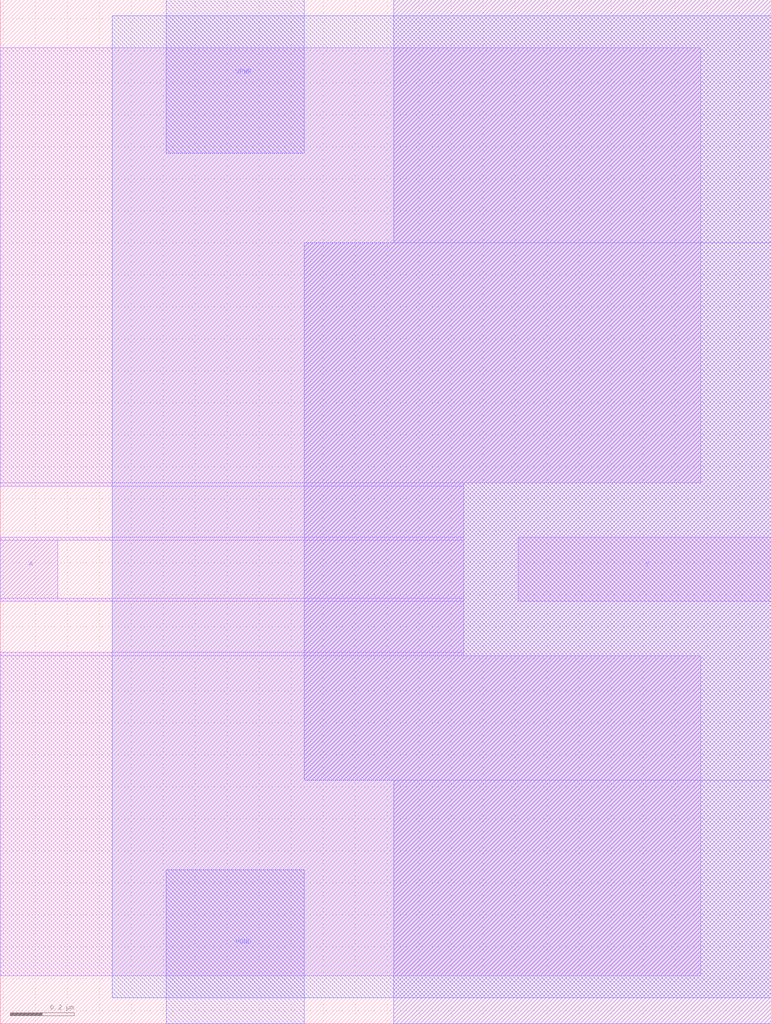
<source format=lef>
VERSION 5.7 ;
  NOWIREEXTENSIONATPIN ON ;
  DIVIDERCHAR "/" ;
  BUSBITCHARS "[]" ;
MACRO NOT
  CLASS CORE ;
  FOREIGN NOT ;
  ORIGIN 0.810 0.240 ;
  SIZE 2.410 BY 3.200 ;
  SITE unithd ;
  PIN VPWR
    DIRECTION INOUT ;
    USE POWER ;
    PORT
      LAYER met1 ;
        RECT -0.290 2.480 0.140 2.960 ;
    END
  END VPWR
  PIN VGND
    DIRECTION INOUT ;
    USE GROUND ;
    PORT
      LAYER met1 ;
        RECT -0.290 -0.240 0.140 0.240 ;
    END
  END VGND
  PIN A
    DIRECTION INPUT ;
    USE SIGNAL ;
    ANTENNAGATEAREA 0.246000 ;
    PORT
      LAYER li1 ;
        RECT -0.810 1.090 -0.630 1.270 ;
    END
  END A
  PIN Y
    DIRECTION OUTPUT ;
    USE SIGNAL ;
    ANTENNADIFFAREA 0.442800 ;
    PORT
      LAYER li1 ;
        RECT 0.810 1.080 1.600 1.280 ;
    END
  END Y
  OBS
      LAYER nwell ;
        RECT -0.460 -0.160 1.600 2.910 ;
      LAYER li1 ;
        RECT -0.810 1.450 1.380 2.810 ;
        RECT -0.810 1.440 0.640 1.450 ;
        RECT -0.460 1.280 0.640 1.440 ;
        RECT -0.810 1.270 0.640 1.280 ;
        RECT -0.460 1.090 0.640 1.270 ;
        RECT -0.810 1.080 0.640 1.090 ;
        RECT -0.460 0.920 0.640 1.080 ;
        RECT -0.810 0.910 0.640 0.920 ;
        RECT -0.810 -0.090 1.380 0.910 ;
      LAYER met1 ;
        RECT 0.420 2.200 1.600 2.960 ;
        RECT 0.140 0.520 1.600 2.200 ;
        RECT 0.420 -0.240 1.600 0.520 ;
  END
END NOT
END LIBRARY


</source>
